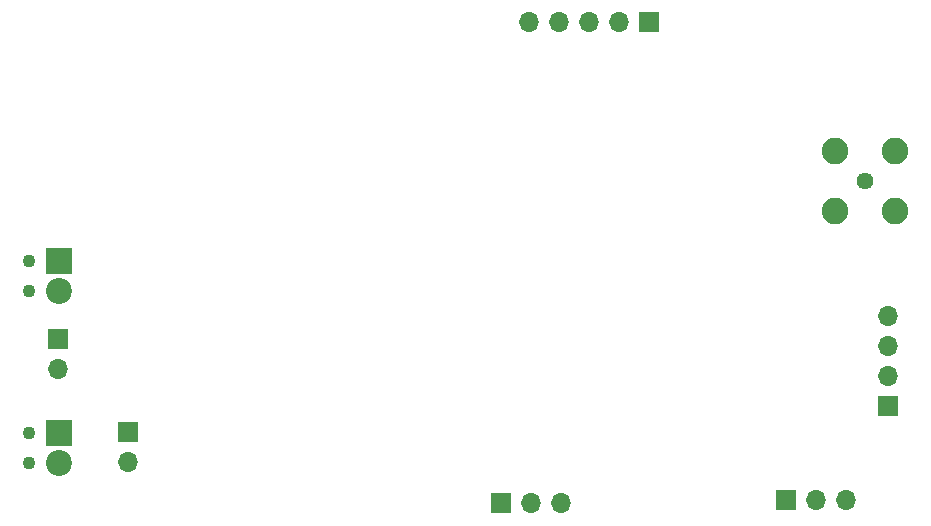
<source format=gbr>
%TF.GenerationSoftware,KiCad,Pcbnew,8.0.8*%
%TF.CreationDate,2025-02-24T17:42:22-08:00*%
%TF.ProjectId,all_in_one,616c6c5f-696e-45f6-9f6e-652e6b696361,rev?*%
%TF.SameCoordinates,Original*%
%TF.FileFunction,Soldermask,Bot*%
%TF.FilePolarity,Negative*%
%FSLAX46Y46*%
G04 Gerber Fmt 4.6, Leading zero omitted, Abs format (unit mm)*
G04 Created by KiCad (PCBNEW 8.0.8) date 2025-02-24 17:42:22*
%MOMM*%
%LPD*%
G01*
G04 APERTURE LIST*
%ADD10O,1.700000X1.700000*%
%ADD11R,1.700000X1.700000*%
%ADD12C,1.440000*%
%ADD13C,2.250000*%
%ADD14C,1.100000*%
%ADD15R,2.200000X2.200000*%
%ADD16C,2.200000*%
G04 APERTURE END LIST*
D10*
%TO.C,J5*%
X85450000Y-18540000D03*
X87990000Y-18540000D03*
X90530000Y-18540000D03*
X93070000Y-18540000D03*
D11*
X95610000Y-18540000D03*
%TD*%
D12*
%TO.C,J8*%
X113890000Y-31950000D03*
D13*
X111350000Y-29410000D03*
X111350000Y-34490000D03*
X116430000Y-29410000D03*
X116430000Y-34490000D03*
%TD*%
D14*
%TO.C,J4*%
X43050000Y-53350000D03*
X43050000Y-55890000D03*
D15*
X45590000Y-53350000D03*
D16*
X45590000Y-55890000D03*
%TD*%
D11*
%TO.C,J6*%
X115820000Y-51050000D03*
D10*
X115820000Y-48510000D03*
X115820000Y-45970000D03*
X115820000Y-43430000D03*
%TD*%
D11*
%TO.C,J9*%
X107150000Y-59040000D03*
D10*
X109690000Y-59040000D03*
X112230000Y-59040000D03*
%TD*%
D11*
%TO.C,J7*%
X83050000Y-59290000D03*
D10*
X85590000Y-59290000D03*
X88130000Y-59290000D03*
%TD*%
D11*
%TO.C,J3*%
X51420000Y-53280000D03*
D10*
X51420000Y-55820000D03*
%TD*%
D11*
%TO.C,J1*%
X45540000Y-45400000D03*
D10*
X45540000Y-47940000D03*
%TD*%
D14*
%TO.C,J2*%
X43110000Y-38800000D03*
X43110000Y-41340000D03*
D15*
X45650000Y-38800000D03*
D16*
X45650000Y-41340000D03*
%TD*%
M02*

</source>
